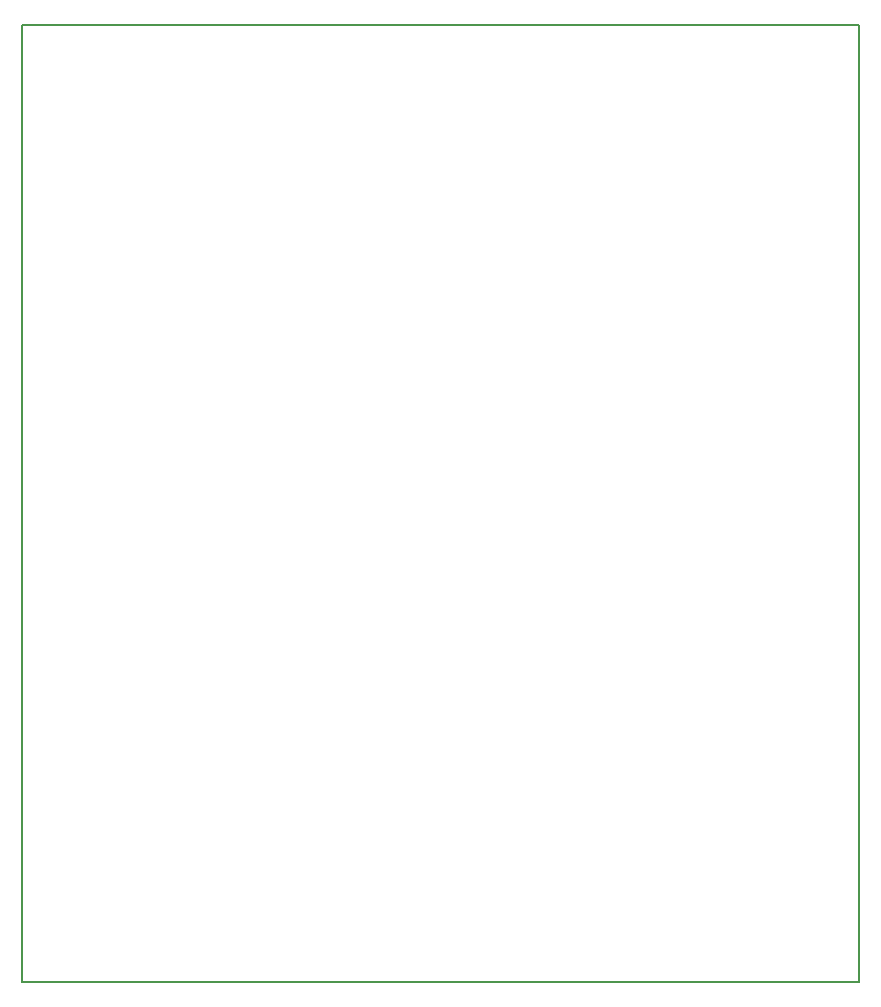
<source format=gm1>
G04 MADE WITH FRITZING*
G04 WWW.FRITZING.ORG*
G04 SINGLE SIDED*
G04 HOLES NOT PLATED*
G04 CONTOUR ON CENTER OF CONTOUR VECTOR*
%ASAXBY*%
%FSLAX23Y23*%
%MOIN*%
%OFA0B0*%
%SFA1.0B1.0*%
%ADD10R,2.797590X3.196990*%
%ADD11C,0.008000*%
%ADD10C,0.008*%
%LNCONTOUR*%
G90*
G70*
G54D10*
G54D11*
X4Y3193D02*
X2794Y3193D01*
X2794Y4D01*
X4Y4D01*
X4Y3193D01*
D02*
G04 End of contour*
M02*
</source>
